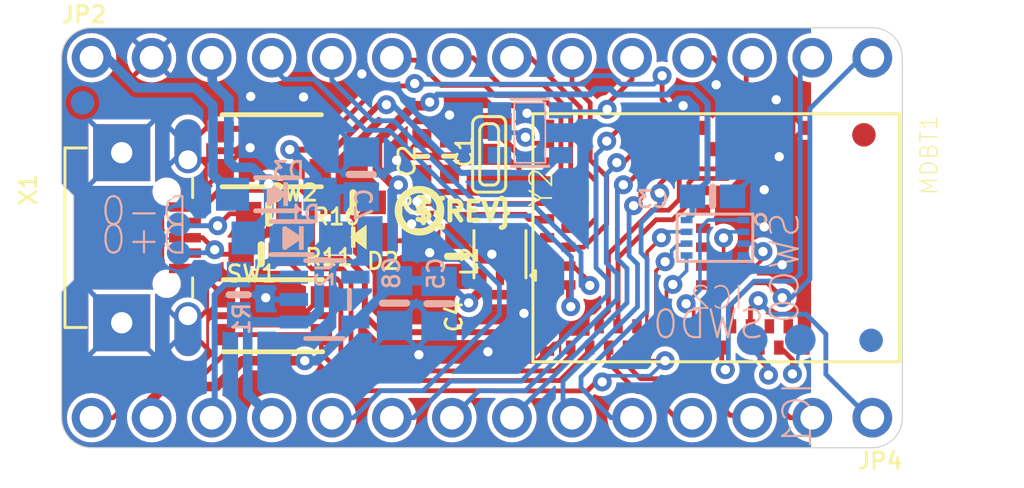
<source format=kicad_pcb>
(kicad_pcb (version 20221018) (generator pcbnew)
  (layers (0 "F.Cu" signal) (31 "B.Cu" signal) (34 "B.Paste" user) (35 "F.Paste" user) (36 "B.SilkS" user "B.Silkscreen") (37 "F.SilkS" user "F.Silkscreen") (38 "B.Mask" user) (39 "F.Mask" user) (44 "Edge.Cuts" user))
  (net 0 "")
  (net 1 "GND")
  (net 2 "VBUS")
  (net 3 "SWDIO")
  (net 4 "SWCLK")
  (net 5 "3.3V")
  (net 6 "VBAT")
  (net 7 "EN")
  (net 8 "USBD+")
  (net 9 "USBD-")
  (net 10 "VHI")
  (net 11 "SDA")
  (net 12 "SCL")
  (net 13 "A0")
  (net 14 "A1")
  (net 15 "A2")
  (net 16 "A3")
  (net 17 "A4")
  (net 18 "A5")
  (net 19 "QSPI_SCK")
  (net 20 "QSPI_DATA1")
  (net 21 "QSPI_DATA2")
  (net 22 "SCK")
  (net 23 "MOSI")
  (net 24 "MISO")
  (net 25 "QSPI_DATA3")
  (net 26 "QSPI_CS")
  (net 27 "QSPI_DATA0")
  (net 28 "D+")
  (net 29 "D-")
  (net 30 "DCCH")
  (net 31 "LED1")
  (net 32 "D9")
  (net 33 "D10")
  (net 34 "D13")
  (net 35 "D11")
  (net 36 "D12")
  (net 37 "D2")
  (net 38 "D7")
  (net 39 "TX_D1")
  (net 40 "RX_D0")
  (net 41 "~{RESET}")
  (net 42 "D5")
  (net 43 "DOT_DATA")
  (net 44 "DOT_CLK")
  (net 45 "SWITCH")
  (net 46 "N$1")
  (net 47 "N$7")
  (net 48 "N$8")
  (net 49 "D5_5V")
  (footprint "working:0603-NO" (layer "F.Cu") (at 143.0528 103.505)
    (fp_text reference "R2")
    (fp_text value "1K")
  )
  (footprint "working:0603-NO" (layer "F.Cu") (at 139.1666 105.7021)
    (fp_text reference "R11")
    (fp_text value "22")
  )
  (footprint "working:FIDUCIAL_1MM" (layer "F.Cu") (at 164.6555 100.6475)
    (fp_text reference "FID2" hide)
    (fp_text value "FIDUCIAL_1MM" hide)
  )
  (footprint "working:APA102_2020" (layer "F.Cu") (at 149.2631 105.7021 90)
    (fp_text reference "L2")
    (fp_text value "AP102-2020")
  )
  (footprint "working:1X14_ROUND70" (layer "F.Cu") (at 148.5011 112.6236 180)
    (fp_text reference "JP4")
    (fp_text value "")
  )
  (footprint "working:MDBT50" (layer "F.Cu") (at 158.4071 105.0036 -90)
    (fp_text reference "MDBT1")
    (fp_text value "MDBT50")
  )
  (footprint "working:BTN_KMR2_4.6X2.8" (layer "F.Cu") (at 139.6619 108.3056)
    (fp_text reference "SW1")
    (fp_text value "KMR2")
  )
  (footprint "working:PCBFEAT-REV-040" (layer "F.Cu") (at 145.8595 103.8606)
    (fp_text reference "U$15" hide)
    (fp_text value "" hide)
  )
  (footprint "working:BTN_KMR2_4.6X2.8" (layer "F.Cu") (at 139.6111 101.3206 180)
    (fp_text reference "SW2")
    (fp_text value "KMR2")
  )
  (footprint "working:_0603MP" (layer "F.Cu") (at 145.9611 101.5619 90)
    (fp_text reference "C2")
    (fp_text value "22pF")
  )
  (footprint "working:CHIPLED_0805_NOOUTLINE" (layer "F.Cu") (at 143.2941 104.9782 90)
    (fp_text reference "D2")
    (fp_text value "RED")
  )
  (footprint "working:ITSYNRF52840_TOP" (layer "F.Cu") (at 130.7211 113.8936)
    (fp_text reference "U$12" hide)
    (fp_text value "" hide)
  )
  (footprint "working:0603-NO" (layer "F.Cu") (at 139.4841 103.9876)
    (fp_text reference "R10")
    (fp_text value "22")
  )
  (footprint "working:FIDUCIAL_1MM" (layer "F.Cu") (at 133.0325 110.8202)
    (fp_text reference "FID1" hide)
    (fp_text value "FIDUCIAL_1MM" hide)
  )
  (footprint "working:0603-NO" (layer "F.Cu") (at 147.447 105.791 -90)
    (fp_text reference "C4")
    (fp_text value "0.1uF")
  )
  (footprint "working:_0603MP" (layer "F.Cu") (at 147.1295 101.5492 -90)
    (fp_text reference "C1")
    (fp_text value "22pF")
  )
  (footprint "working:XTAL3215" (layer "F.Cu") (at 148.8059 101.473 90)
    (fp_text reference "Y2")
    (fp_text value "32.768")
  )
  (footprint "working:4UCONN_20329_V2" (layer "F.Cu") (at 135.1661 105.0036 -90)
    (fp_text reference "X1")
    (fp_text value "4u20329")
  )
  (footprint "working:1X14_ROUND70" (layer "F.Cu") (at 148.5011 97.3836)
    (fp_text reference "JP2")
    (fp_text value "")
  )
  (footprint "working:TP13R" (layer "B.Cu") (at 161.9631 109.3216 -90)
    (fp_text reference "SWC0")
    (fp_text value "TPTP13R")
  )
  (footprint "working:TP10R" (layer "B.Cu") (at 135.6741 105.6386 180)
    (fp_text reference "D+0")
    (fp_text value "TPTP10R")
  )
  (footprint "working:TP10R" (layer "B.Cu") (at 135.6741 104.4321 180)
    (fp_text reference "D-0")
    (fp_text value "TPTP10R")
  )
  (footprint "working:SOD-123" (layer "B.Cu") (at 140.462 105.0163 180)
    (fp_text reference "D1")
    (fp_text value "MBR120")
  )
  (footprint "working:0603-NO" (layer "B.Cu") (at 158.2547 103.251 180)
    (fp_text reference "C3")
    (fp_text value "0.1uF")
  )
  (footprint "working:FIDUCIAL_1MM" (layer "B.Cu") (at 131.6101 99.2886 180)
    (fp_text reference "FID3" hide)
    (fp_text value "FIDUCIAL_1MM" hide)
  )
  (footprint "working:ITSYNRF52840_BOT" (layer "B.Cu") (at 166.2811 113.8936 180)
    (fp_text reference "U$14" hide)
    (fp_text value "" hide)
  )
  (footprint "working:0805-NO" (layer "B.Cu") (at 146.685 107.7976 90)
    (fp_text reference "C5")
    (fp_text value "10uF")
  )
  (footprint "working:0805-NO" (layer "B.Cu") (at 144.8054 107.7722 90)
    (fp_text reference "C8")
    (fp_text value "10uF")
  )
  (footprint "working:FIDUCIAL_1MM" (layer "B.Cu") (at 164.9603 109.347 180)
    (fp_text reference "FID4" hide)
    (fp_text value "FIDUCIAL_1MM" hide)
  )
  (footprint "working:SOT23-5" (layer "B.Cu") (at 141.8463 107.6198 90)
    (fp_text reference "U2")
    (fp_text value "AP2112(3.3V)")
  )
  (footprint "working:USON8" (layer "B.Cu") (at 158.3563 105.0036 180)
    (fp_text reference "IC2")
    (fp_text value "GD25Q16")
  )
  (footprint "working:SOT23-5" (layer "B.Cu") (at 150.5331 100.5586 90)
    (fp_text reference "IC1")
    (fp_text value "74HCT1G125DBV")
  )
  (footprint "working:SOD-123" (layer "B.Cu") (at 139.8016 103.1621 180)
    (fp_text reference "D3")
    (fp_text value "MBR120")
  )
  (footprint "working:0805-NO" (layer "B.Cu") (at 143.3957 102.3239 -90)
    (fp_text reference "C7")
    (fp_text value "10uF")
  )
  (footprint "working:TP13R" (layer "B.Cu") (at 159.9311 109.3216 180)
    (fp_text reference "SWD0")
    (fp_text value "TPTP13R")
  )
  (footprint "working:0603-NO" (layer "B.Cu") (at 138.2141 107.4166 -90)
    (fp_text reference "R1")
    (fp_text value "10K")
  )
  (gr_line (start 131.9911 96.1136) (end 165.0111 96.1136) (stroke (width 0.05)) (layer "Edge.Cuts"))
  (gr_arc (start 131.9911 113.8936) (mid 131.093074 113.521626) (end 130.7211 112.6236) (stroke (width 0.05)) (layer "Edge.Cuts"))
  (gr_line (start 130.7211 102.7176) (end 130.7211 97.3836) (stroke (width 0.05)) (layer "Edge.Cuts"))
  (gr_line (start 166.2811 97.3836) (end 166.2811 112.6236) (stroke (width 0.05)) (layer "Edge.Cuts"))
  (gr_line (start 131.2291 103.2256) (end 130.7211 102.7176) (stroke (width 0.05)) (layer "Edge.Cuts"))
  (gr_line (start 165.0111 113.8936) (end 131.9911 113.8936) (stroke (width 0.05)) (layer "Edge.Cuts"))
  (gr_arc (start 165.0111 96.1136) (mid 165.909126 96.485574) (end 166.2811 97.3836) (stroke (width 0.05)) (layer "Edge.Cuts"))
  (gr_arc (start 130.7211 97.3836) (mid 131.093074 96.485574) (end 131.9911 96.1136) (stroke (width 0.05)) (layer "Edge.Cuts"))
  (gr_line (start 131.2291 106.7816) (end 131.2291 103.2256) (stroke (width 0.05)) (layer "Edge.Cuts"))
  (gr_arc (start 166.2811 112.6236) (mid 165.909126 113.521626) (end 165.0111 113.8936) (stroke (width 0.05)) (layer "Edge.Cuts"))
  (gr_line (start 130.7211 112.6236) (end 130.7211 107.2896) (stroke (width 0.05)) (layer "Edge.Cuts"))
  (gr_line (start 130.7211 107.2896) (end 131.2291 106.7816) (stroke (width 0.05)) (layer "Edge.Cuts"))
  (segment (start 162.1571 109.6536) (end 162.0901 109.5866) (width 0.2032) (layer "F.Cu") (net 1))
  (segment (start 145.9611 100.9777) (end 145.9611 100.7999) (width 0.2032) (layer "F.Cu") (net 1))
  (segment (start 162.0901 109.5866) (end 162.0901 106.9086) (width 0.2032) (layer "F.Cu") (net 1))
  (segment (start 137.1441 101.7036) (end 136.0661 101.7036) (width 0.254) (layer "F.Cu") (net 1))
  (segment (start 147.1295 102.3112) (end 147.1295 102.0953) (width 0.2032) (layer "F.Cu") (net 1))
  (segment (start 137.5611 102.1206) (end 137.1441 101.7036) (width 0.254) (layer "F.Cu") (net 1))
  (segment (start 151.2571 100.2036) (end 150.8766 100.2036) (width 0.2032) (layer "F.Cu") (net 1))
  (segment (start 162.0901 106.9086) (end 161.3281 106.1466) (width 0.2032) (layer "F.Cu") (net 1))
  (segment (start 150.8766 100.2036) (end 150.4061 99.7331) (width 0.2032) (layer "F.Cu") (net 1))
  (segment (start 161.3281 104.737782) (end 161.3281 106.1466) (width 0.2032) (layer "F.Cu") (net 1))
  (via (at 147.1295 99.8093) (size 0.8001) (drill 0.3937) (layers "F.Cu" "B.Cu") (net 1))
  (via (at 140.9573 99.0473) (size 0.8001) (drill 0.3937) (layers "F.Cu" "B.Cu") (net 1))
  (via (at 150.2791 108.204) (size 0.8001) (drill 0.3937) (layers "F.Cu" "B.Cu") (net 1))
  (via (at 150.4061 99.7331) (size 0.8001) (drill 0.3937) (layers "F.Cu" "B.Cu") (net 1))
  (via (at 145.5293 104.4194) (size 0.8001) (drill 0.3937) (layers "F.Cu" "B.Cu") (net 1))
  (via (at 148.9202 105.7021) (size 0.8001) (drill 0.3937) (layers "F.Cu" "B.Cu") (net 1))
  (via (at 138.6967 101.1936) (size 0.8001) (drill 0.3937) (layers "F.Cu" "B.Cu") (net 1))
  (via (at 143.4211 98.0694) (size 0.8001) (drill 0.3937) (layers "F.Cu" "B.Cu") (net 1))
  (via (at 157.0101 99.4156) (size 0.8001) (drill 0.3937) (layers "F.Cu" "B.Cu") (net 1))
  (via (at 145.8341 109.9566) (size 0.8001) (drill 0.3937) (layers "F.Cu" "B.Cu") (net 1))
  (via (at 161.2011 106.1466) (size 0.8001) (drill 0.3937) (layers "F.Cu" "B.Cu") (net 1))
  (via (at 158.4071 98.5266) (size 0.8001) (drill 0.3937) (layers "F.Cu" "B.Cu") (net 1))
  (via (at 160.4391 104.5464) (size 0.8001) (drill 0.3937) (layers "F.Cu" "B.Cu") (net 1))
  (via (at 139.3571 107.5436) (size 0.8001) (drill 0.3937) (layers "F.Cu" "B.Cu") (net 1))
  (via (at 160.9471 99.1616) (size 0.8001) (drill 0.3937) (layers "F.Cu" "B.Cu") (net 1))
  (via (at 146.2913 105.6386) (size 0.8001) (drill 0.3937) (layers "F.Cu" "B.Cu") (net 1))
  (via (at 160.4391 102.9716) (size 0.8001) (drill 0.3937) (layers "F.Cu" "B.Cu") (net 1))
  (via (at 148.7551 109.8296) (size 0.8001) (drill 0.3937) (layers "F.Cu" "B.Cu") (net 1))
  (via (at 161.0741 101.5746) (size 0.8001) (drill 0.3937) (layers "F.Cu" "B.Cu") (net 1))
  (via (at 138.7221 99.0219) (size 0.8001) (drill 0.3937) (layers "F.Cu" "B.Cu") (net 1))
  (via (at 144.8943 101.727) (size 0.8001) (drill 0.3937) (layers "F.Cu" "B.Cu") (net 1))
  (segment (start 139.4333 107.6198) (end 139.3571 107.5436) (width 0.254) (layer "B.Cu") (net 1))
  (segment (start 140.5462 107.6198) (end 139.4333 107.6198) (width 0.254) (layer "B.Cu") (net 1))
  (segment (start 144.2461 109.0036) (end 143.5481 108.3056) (width 0.254) (layer "F.Cu") (net 2))
  (segment (start 139.2301 102.9716) (end 137.4351 102.9716) (width 0.254) (layer "F.Cu") (net 2))
  (segment (start 141.3129 103.4034) (end 140.6271 102.7176) (width 0.254) (layer "F.Cu") (net 2))
  (segment (start 143.5481 106.6292) (end 142.8115 105.8926) (width 0.254) (layer "F.Cu") (net 2))
  (segment (start 151.2571 109.0036) (end 144.2461 109.0036) (width 0.254) (layer "F.Cu") (net 2))
  (segment (start 141.5161 105.8926) (end 141.3129 105.6894) (width 0.254) (layer "F.Cu") (net 2))
  (segment (start 143.5481 106.6292) (end 143.5481 108.3056) (width 0.254) (layer "F.Cu") (net 2))
  (segment (start 141.3129 103.4034) (end 141.3129 105.6894) (width 0.254) (layer "F.Cu") (net 2))
  (segment (start 135.9411 103.7036) (end 136.7031 103.7036) (width 0.254) (layer "F.Cu") (net 2))
  (segment (start 142.8115 105.8926) (end 141.5161 105.8926) (width 0.254) (layer "F.Cu") (net 2))
  (segment (start 140.6271 102.7176) (end 139.4841 102.7176) (width 0.254) (layer "F.Cu") (net 2))
  (segment (start 136.7031 103.7036) (end 137.4351 102.9716) (width 0.254) (layer "F.Cu") (net 2))
  (segment (start 139.4841 102.7176) (end 139.2301 102.9716) (width 0.254) (layer "F.Cu") (net 2))
  (via (at 139.4841 102.7176) (size 0.8001) (drill 0.3937) (layers "F.Cu" "B.Cu") (net 2))
  (segment (start 137.0711 97.3836) (end 137.0965 97.409) (width 0.254) (layer "B.Cu") (net 2))
  (segment (start 139.4841 102.7176) (end 139.4841 104.0511) (width 0.4064) (layer "B.Cu") (net 2))
  (segment (start 138.0744 102.0318) (end 137.795 101.7524) (width 0.4064) (layer "B.Cu") (net 2))
  (segment (start 137.795 99.1362) (end 137.0965 98.4377) (width 0.4064) (layer "B.Cu") (net 2))
  (segment (start 137.795 99.1362) (end 137.795 101.7524) (width 0.4064) (layer "B.Cu") (net 2))
  (segment (start 139.4841 104.0511) (end 138.612 104.9232) (width 0.4064) (layer "B.Cu") (net 2))
  (segment (start 138.612 105.0163) (end 138.612 104.9232) (width 0.254) (layer "B.Cu") (net 2))
  (segment (start 139.4841 102.7176) (end 138.7983 102.0318) (width 0.4064) (layer "B.Cu") (net 2))
  (segment (start 137.0965 97.409) (end 137.0965 98.4377) (width 0.4064) (layer "B.Cu") (net 2))
  (segment (start 138.7983 102.0318) (end 138.0744 102.0318) (width 0.4064) (layer "B.Cu") (net 2))
  (segment (start 160.62025 110.8202) (end 160.726303 110.630804) (width 0.2032) (layer "F.Cu") (net 3))
  (segment (start 160.726303 110.630804) (end 160.2571 110.1616) (width 0.2032) (layer "F.Cu") (net 3))
  (segment (start 160.2571 109.6536) (end 160.2571 110.1616) (width 0.2032) (layer "F.Cu") (net 3))
  (via (at 160.62025 110.8202) (size 0.8001) (drill 0.3937) (layers "F.Cu" "B.Cu") (net 3))
  (segment (start 159.893 109.68655) (end 159.9311 109.3216) (width 0.2032) (layer "B.Cu") (net 3))
  (segment (start 160.62025 110.8202) (end 160.62025 110.4138) (width 0.2032) (layer "B.Cu") (net 3))
  (segment (start 160.62025 110.4138) (end 159.893 109.68655) (width 0.2032) (layer "B.Cu") (net 3))
  (segment (start 161.6329 110.7694) (end 161.6329 110.1598) (width 0.2032) (layer "F.Cu") (net 4))
  (segment (start 161.6329 110.1598) (end 161.1267 109.6536) (width 0.2032) (layer "F.Cu") (net 4))
  (segment (start 161.0571 109.6536) (end 161.1267 109.6536) (width 0.2032) (layer "F.Cu") (net 4))
  (via (at 161.6329 110.7694) (size 0.8001) (drill 0.3937) (layers "F.Cu" "B.Cu") (net 4))
  (segment (start 161.9631 109.3216) (end 161.7853 110.617) (width 0.1524) (layer "B.Cu") (net 4))
  (segment (start 161.7853 110.617) (end 161.6329 110.7694) (width 0.1524) (layer "B.Cu") (net 4))
  (segment (start 146.2913 99.2886) (end 146.1643 99.4156) (width 0.4064) (layer "F.Cu") (net 5))
  (segment (start 146.1643 99.4156) (end 145.6055 99.4156) (width 0.4064) (layer "F.Cu") (net 5))
  (segment (start 151.2571 106.6036) (end 151.2571 107.4036) (width 0.254) (layer "F.Cu") (net 5))
  (segment (start 144.7546 102.7684) (end 144.0815 102.0953) (width 0.4064) (layer "F.Cu") (net 5))
  (segment (start 146.2913 99.2632) (end 146.2913 99.2886) (width 0.254) (layer "F.Cu") (net 5))
  (segment (start 144.9705 102.7684) (end 144.7546 102.7684) (width 0.4064) (layer "F.Cu") (net 5))
  (segment (start 144.0815 100.9396) (end 144.0815 102.0953) (width 0.4064) (layer "F.Cu") (net 5))
  (segment (start 134.5311 112.6236) (end 134.5311 111.8616) (width 0.4064) (layer "F.Cu") (net 5))
  (segment (start 135.0899 111.3028) (end 134.5311 111.8616) (width 0.4064) (layer "F.Cu") (net 5))
  (segment (start 148.4877 107.2515) (end 148.4503 107.2515) (width 0.254) (layer "F.Cu") (net 5))
  (segment (start 147.447 106.641) (end 148.502 106.641) (width 0.4064) (layer "F.Cu") (net 5))
  (segment (start 151.2441 107.4166) (end 151.2571 107.4036) (width 0.254) (layer "F.Cu") (net 5))
  (segment (start 147.9423 107.7595) (end 148.4503 107.2515) (width 0.4064) (layer "F.Cu") (net 5))
  (segment (start 148.5131 106.6521) (end 148.5131 107.1746) (width 0.254) (layer "F.Cu") (net 5))
  (segment (start 137.2743 111.3028) (end 138.3665 110.2106) (width 0.4064) (layer "F.Cu") (net 5))
  (segment (start 148.7551 107.4166) (end 151.2441 107.4166) (width 0.4064) (layer "F.Cu") (net 5))
  (segment (start 148.4877 106.6775) (end 148.4877 107.2515) (width 0.4064) (layer "F.Cu") (net 5))
  (segment (start 148.5131 106.6521) (end 148.4877 106.6775) (width 0.254) (layer "F.Cu") (net 5))
  (segment (start 145.6055 99.4156) (end 144.0815 100.9396) (width 0.4064) (layer "F.Cu") (net 5))
  (segment (start 141.0081 110.2106) (end 138.3665 110.2106) (width 0.4064) (layer "F.Cu") (net 5))
  (segment (start 135.0899 111.3028) (end 137.2743 111.3028) (width 0.4064) (layer "F.Cu") (net 5))
  (segment (start 148.502 106.641) (end 148.5131 106.6521) (width 0.254) (layer "F.Cu") (net 5))
  (segment (start 148.7551 107.4166) (end 148.5131 107.1746) (width 0.4064) (layer "F.Cu") (net 5))
  (via (at 141.0081 110.2106) (size 0.8001) (drill 0.3937) (layers "F.Cu" "B.Cu") (net 5))
  (via (at 144.9705 102.7684) (size 0.8001) (drill 0.3937) (layers "F.Cu" "B.Cu") (net 5))
  (via (at 147.9423 107.7595) (size 0.8001) (drill 0.3937) (layers "F.Cu" "B.Cu") (net 5))
  (via (at 146.2913 99.2632) (size 0.8001) (drill 0.3937) (layers "F.Cu" "B.Cu") (net 5))
  (segment (start 157.4047 104.0052) (end 157.4047 103.251) (width 0.254) (layer "B.Cu") (net 5))
  (segment (start 144.9705 102.7684) (end 144.7038 103.0351) (width 0.4064) (layer "B.Cu") (net 5))
  (segment (start 153.9367 98.7044) (end 153.3017 98.7044) (width 0.254) (layer "B.Cu") (net 5))
  (segment (start 156.337 98.9457) (end 154.178 98.9457) (width 0.254) (layer "B.Cu") (net 5))
  (segment (start 147.9423 107.7595) (end 147.0304 106.8476) (width 0.254) (layer "B.Cu") (net 5))
  (segment (start 144.8054 106.9108) (end 143.1464 108.5698) (width 0.4064) (layer "B.Cu") (net 5))
  (segment (start 146.685 106.8476) (end 146.6596 106.8222) (width 0.254) (layer "B.Cu") (net 5))
  (segment (start 157.4047 104.0052) (end 157.1563 104.2536) (width 0.254) (layer "B.Cu") (net 5))
  (segment (start 153.073665 98.932435) (end 146.609003 98.945497) (width 0.254) (layer "B.Cu") (net 5))
  (segment (start 143.1464 108.5698) (end 143.142946 108.583754) (width 0.254) (layer "B.Cu") (net 5))
  (segment (start 158.0397 99.3022) (end 157.3911 98.6536) (width 0.254) (layer "B.Cu") (net 5))
  (segment (start 158.0397 99.3022) (end 158.0397 102.616) (width 0.254) (layer "B.Cu") (net 5))
  (segment (start 147.0304 106.8476) (end 146.685 106.8476) (width 0.254) (layer "B.Cu") (net 5))
  (segment (start 144.8054 106.8222) (end 144.7038 106.7206) (width 0.254) (layer "B.Cu") (net 5))
  (segment (start 146.609003 98.945497) (end 146.2913 99.2632) (width 0.254) (layer "B.Cu") (net 5))
  (segment (start 141.5161 110.2106) (end 141.0081 110.2106) (width 0.4064) (layer "B.Cu") (net 5))
  (segment (start 157.3911 98.6536) (end 156.6291 98.6536) (width 0.254) (layer "B.Cu") (net 5))
  (segment (start 144.8054 106.8222) (end 144.8054 106.9108) (width 0.254) (layer "B.Cu") (net 5))
  (segment (start 153.3017 98.7044) (end 153.073665 98.932435) (width 0.254) (layer "B.Cu") (net 5))
  (segment (start 143.142946 108.583754) (end 141.5161 110.2106) (width 0.4064) (layer "B.Cu") (net 5))
  (segment (start 154.178 98.9457) (end 153.9367 98.7044) (width 0.254) (layer "B.Cu") (net 5))
  (segment (start 144.7038 103.0351) (end 144.7038 106.7206) (width 0.4064) (layer "B.Cu") (net 5))
  (segment (start 157.4047 103.251) (end 158.0397 102.616) (width 0.254) (layer "B.Cu") (net 5))
  (segment (start 156.337 98.9457) (end 156.6291 98.6536) (width 0.254) (layer "B.Cu") (net 5))
  (segment (start 146.6596 106.8222) (end 144.8054 106.8222) (width 0.4064) (layer "B.Cu") (net 5))
  (segment (start 133.8961 98.6536) (end 132.6261 97.3836) (width 0.4064) (layer "B.Cu") (net 6))
  (segment (start 131.9911 97.3836) (end 132.6261 97.3836) (width 0.4064) (layer "B.Cu") (net 6))
  (segment (start 137.1261 99.4071) (end 137.1261 102.3366) (width 0.4064) (layer "B.Cu") (net 6))
  (segment (start 136.3726 98.6536) (end 133.8961 98.6536) (width 0.4064) (layer "B.Cu") (net 6))
  (segment (start 137.1261 99.4071) (end 136.3726 98.6536) (width 0.4064) (layer "B.Cu") (net 6))
  (segment (start 137.1261 102.3366) (end 137.9516 103.1621) (width 0.4064) (layer "B.Cu") (net 6))
  (segment (start 140.5462 106.6698) (end 138.3173 106.6698) (width 0.254) (layer "B.Cu") (net 7))
  (segment (start 137.1981 112.4966) (end 137.0711 112.6236) (width 0.254) (layer "B.Cu") (net 7))
  (segment (start 138.2141 106.5666) (end 138.0481 106.5666) (width 0.254) (layer "B.Cu") (net 7))
  (segment (start 137.1981 107.4166) (end 137.1981 112.4966) (width 0.254) (layer "B.Cu") (net 7))
  (segment (start 138.0481 106.5666) (end 137.1981 107.4166) (width 0.254) (layer "B.Cu") (net 7))
  (segment (start 138.3173 106.6698) (end 138.2141 106.5666) (width 0.254) (layer "B.Cu") (net 7))
  (segment (start 142.5321 106.9086) (end 142.5321 109.9566) (width 0.2032) (layer "F.Cu") (net 8))
  (segment (start 142.3543 106.7308) (end 141.0453 106.7308) (width 0.2032) (layer "F.Cu") (net 8))
  (segment (start 151.79295 111.0488) (end 143.6243 111.0488) (width 0.2032) (layer "F.Cu") (net 8))
  (segment (start 141.0453 106.7308) (end 140.0166 105.7021) (width 0.2032) (layer "F.Cu") (net 8))
  (segment (start 142.5321 109.9566) (end 143.6243 111.0488) (width 0.2032) (layer "F.Cu") (net 8))
  (segment (start 153.0571 109.78465) (end 153.0571 109.6536) (width 0.2032) (layer "F.Cu") (net 8))
  (segment (start 151.79295 111.0488) (end 153.0571 109.78465) (width 0.2032) (layer "F.Cu") (net 8))
  (segment (start 142.5321 106.9086) (end 142.3543 106.7308) (width 0.2032) (layer "F.Cu") (net 8))
  (segment (start 143.8529 110.6424) (end 142.9639 109.7534) (width 0.2032) (layer "F.Cu") (net 9))
  (segment (start 142.607556 106.3244) (end 142.9639 106.680744) (width 0.2032) (layer "F.Cu") (net 9))
  (segment (start 142.9639 106.680744) (end 142.9639 109.7534) (width 0.2032) (layer "F.Cu") (net 9))
  (segment (start 142.607556 106.3244) (end 141.3129 106.3244) (width 0.2032) (layer "F.Cu") (net 9))
  (segment (start 140.3341 103.9876) (end 140.3341 104.2026) (width 0.2032) (layer "F.Cu") (net 9))
  (segment (start 141.3129 106.3244) (end 140.8811 105.8926) (width 0.2032) (layer "F.Cu") (net 9))
  (segment (start 140.8811 104.7496) (end 140.8811 105.8926) (width 0.2032) (layer "F.Cu") (net 9))
  (segment (start 152.2571 109.6536) (end 152.2571 109.98865) (width 0.2032) (layer "F.Cu") (net 9))
  (segment (start 140.8811 104.7496) (end 140.3341 104.2026) (width 0.2032) (layer "F.Cu") (net 9))
  (segment (start 151.60335 110.6424) (end 152.2571 109.98865) (width 0.2032) (layer "F.Cu") (net 9))
  (segment (start 151.60335 110.6424) (end 143.8529 110.6424) (width 0.2032) (layer "F.Cu") (net 9))
  (segment (start 144.1416 99.37115) (end 142.23735 101.2754) (width 0.254) (layer "F.Cu") (net 10))
  (segment (start 144.4625 99.37115) (end 144.1416 99.37115) (width 0.254) (layer "F.Cu") (net 10))
  (segment (start 140.3787 101.2754) (end 140.3731 101.2698) (width 0.254) (layer "F.Cu") (net 10))
  (segment (start 142.23735 101.2754) (end 140.3787 101.2754) (width 0.254) (layer "F.Cu") (net 10))
  (via (at 144.4625 99.37115) (size 0.8001) (drill 0.3937) (layers "F.Cu" "B.Cu") (net 10))
  (via (at 140.3731 101.2698) (size 0.8001) (drill 0.3937) (layers "F.Cu" "B.Cu") (net 10))
  (segment (start 144.723912 99.37115) (end 144.4625 99.37115) (width 0.254) (layer "B.Cu") (net 10))
  (segment (start 138.2141 108.2666) (end 138.214093 107.910885) (width 0.254) (layer "B.Cu") (net 10))
  (segment (start 142.312 102.9462) (end 143.068 102.9462) (width 0.4064) (layer "B.Cu") (net 10))
  (segment (start 141.5161 102.4128) (end 141.5161 102.9462) (width 0.4064) (layer "B.Cu") (net 10))
  (segment (start 142.312 102.9462) (end 142.312 104.7496) (width 0.4064) (layer "B.Cu") (net 10))
  (segment (start 140.5462 108.5698) (end 138.018409 108.5698) (width 0.4064) (layer "B.Cu") (net 10))
  (segment (start 141.5161 102.9462) (end 142.312 102.9462) (width 0.4064) (layer "B.Cu") (net 10))
  (segment (start 141.1055 102.8192) (end 141.1055 102.9462) (width 0.254) (layer "B.Cu") (net 10))
  (segment (start 151.8331 101.5086) (end 151.0813 102.2604) (width 0.254) (layer "B.Cu") (net 10))
  (segment (start 141.4865 102.8192) (end 141.1055 102.8192) (width 0.254) (layer "B.Cu") (net 10))
  (segment (start 141.6177 105.4439) (end 142.312 104.7496) (width 0.4064) (layer "B.Cu") (net 10))
  (segment (start 138.018409 108.5698) (end 137.863793 108.261185) (width 0.254) (layer "B.Cu") (net 10))
  (segment (start 147.613162 102.2604) (end 144.723912 99.37115) (width 0.254) (layer "B.Cu") (net 10))
  (segment (start 138.5951 108.291891) (end 138.5951 111.6076) (width 0.4064) (layer "B.Cu") (net 10))
  (segment (start 140.3731 101.2698) (end 141.5161 102.4128) (width 0.4064) (layer "B.Cu") (net 10))
  (segment (start 151.0813 102.2604) (end 147.613162 102.2604) (width 0.254) (layer "B.Cu") (net 10))
  (segment (start 141.6177 108.1024) (end 141.6177 105.4439) (width 0.4064) (layer "B.Cu") (net 10))
  (segment (start 142.312 104.7496) (end 142.312 105.0163) (width 0.254) (layer "B.Cu") (net 10))
  (segment (start 138.5951 111.6076) (end 139.6111 112.6236) (width 0.4064) (layer "B.Cu") (net 10))
  (segment (start 143.3957 103.2739) (end 143.068 102.9462) (width 0.254) (layer "B.Cu") (net 10))
  (segment (start 141.1503 108.5698) (end 141.6177 108.1024) (width 0.4064) (layer "B.Cu") (net 10))
  (segment (start 138.214093 107.910885) (end 138.5951 108.291891) (width 0.254) (layer "B.Cu") (net 10))
  (segment (start 141.6516 102.9843) (end 141.4865 102.8192) (width 0.254) (layer "B.Cu") (net 10))
  (segment (start 140.5462 108.5698) (end 141.1503 108.5698) (width 0.4064) (layer "B.Cu") (net 10))
  (segment (start 141.1055 102.9462) (end 141.5161 102.9462) (width 0.254) (layer "B.Cu") (net 10))
  (segment (start 138.214093 107.910885) (end 137.863793 108.261185) (width 0.254) (layer "B.Cu") (net 10))
  (segment (start 141.6516 102.9843) (end 141.6516 103.1621) (width 0.254) (layer "B.Cu") (net 10))
  (segment (start 156.5656 104.2416) (end 155.8671 104.2416) (width 0.2032) (layer "F.Cu") (net 11))
  (segment (start 157.2523 102.67735) (end 157.2523 103.5549) (width 0.2032) (layer "F.Cu") (net 11))
  (segment (start 158.8853 102.4934) (end 159.6771 101.7016) (width 0.2032) (layer "F.Cu") (net 11))
  (segment (start 157.43625 102.4934) (end 157.2523 102.67735) (width 0.2032) (layer "F.Cu") (net 11))
  (segment (start 157.43625 102.4934) (end 158.8853 102.4934) (width 0.2032) (layer "F.Cu") (net 11))
  (segment (start 159.9311 97.7646) (end 159.9311 97.3836) (width 0.2032) (layer "F.Cu") (net 11))
  (segment (start 155.8671 104.2416) (end 154.2571 105.8516) (width 0.2032) (layer "F.Cu") (net 11))
  (segment (start 154.2571 105.8516) (end 154.2571 108.7536) (width 0.2032) (layer "F.Cu") (net 11))
  (segment (start 157.2523 103.5549) (end 156.5656 104.2416) (width 0.2032) (layer "F.Cu") (net 11))
  (segment (start 159.6771 101.7016) (end 159.6771 98.0186) (width 0.2032) (layer "F.Cu") (net 11))
  (segment (start 159.9311 97.7646) (end 159.6771 98.0186) (width 0.2032) (layer "F.Cu") (net 11))
  (segment (start 159.1691 101.5746) (end 158.7881 101.9556) (width 0.2032) (layer "F.Cu") (net 12))
  (segment (start 158.7881 101.9556) (end 158.5976 101.9556) (width 0.2032) (layer "F.Cu") (net 12))
  (segment (start 153.8507 108.10195) (end 153.8507 105.683263) (width 0.2032) (layer "F.Cu") (net 12))
  (segment (start 158.4662 102.087) (end 157.267912 102.087) (width 0.2032) (layer "F.Cu") (net 12))
  (segment (start 156.8459 103.386563) (end 156.397262 103.8352) (width 0.2032) (layer "F.Cu") (net 12))
  (segment (start 159.1691 101.5746) (end 159.1691 98.2726) (width 0.2032) (layer "F.Cu") (net 12))
  (segment (start 158.5976 101.9556) (end 158.4662 102.087) (width 0.2032) (layer "F.Cu") (net 12))
  (segment (start 156.8459 102.509013) (end 156.8459 103.386563) (width 0.2032) (layer "F.Cu") (net 12))
  (segment (start 153.8507 108.10195) (end 153.4571 108.49555) (width 0.2032) (layer "F.Cu") (net 12))
  (segment (start 156.397262 103.8352) (end 155.698762 103.8352) (width 0.2032) (layer "F.Cu") (net 12))
  (segment (start 158.2801 97.3836) (end 157.3911 97.3836) (width 0.2032) (layer "F.Cu") (net 12))
  (segment (start 159.1691 98.2726) (end 158.2801 97.3836) (width 0.2032) (layer "F.Cu") (net 12))
  (segment (start 153.4571 108.7536) (end 153.4571 108.49555) (width 0.2032) (layer "F.Cu") (net 12))
  (segment (start 157.267912 102.087) (end 156.8459 102.509013) (width 0.2032) (layer "F.Cu") (net 12))
  (segment (start 155.698762 103.8352) (end 153.8507 105.683263) (width 0.2032) (layer "F.Cu") (net 12))
  (segment (start 151.1047 103.556) (end 145.847 103.556) (width 0.2032) (layer "F.Cu") (net 13))
  (segment (start 145.7579 103.4669) (end 145.847 103.556) (width 0.2032) (layer "F.Cu") (net 13))
  (segment (start 151.2571 103.4036) (end 151.1047 103.556) (width 0.2032) (layer "F.Cu") (net 13))
  (via (at 145.7579 103.4669) (size 0.8001) (drill 0.3937) (layers "F.Cu" "B.Cu") (net 13))
  (segment (start 149.2377 106.9975) (end 145.7579 103.5177) (width 0.2032) (layer "B.Cu") (net 13))
  (segment (start 149.2377 108.264263) (end 146.021362 111.4806) (width 0.2032) (layer "B.Cu") (net 13))
  (segment (start 145.7579 103.4669) (end 145.7579 103.5177) (width 0.2032) (layer "B.Cu") (net 13))
  (segment (start 146.021362 111.4806) (end 144.21765 111.4806) (width 0.2032) (layer "B.Cu") (net 13))
  (segment (start 149.2377 106.9975) (end 149.2377 108.264263) (width 0.2032) (layer "B.Cu") (net 13))
  (segment (start 143.07465 112.6236) (end 142.1511 112.6236) (width 0.2032) (layer "B.Cu") (net 13))
  (segment (start 144.21765 111.4806) (end 143.07465 112.6236) (width 0.2032) (layer "B.Cu") (net 13))
  (segment (start 154.33855 100.3536) (end 153.77795 100.9142) (width 0.2032) (layer "F.Cu") (net 14))
  (segment (start 154.33855 100.3536) (end 154.6571 100.3536) (width 0.2032) (layer "F.Cu") (net 14))
  (via (at 153.77795 100.9142) (size 0.8001) (drill 0.3937) (layers "F.Cu" "B.Cu") (net 14))
  (segment (start 153.8097 106.7562) (end 153.8097 107.435525) (width 0.2032) (layer "B.Cu") (net 14))
  (segment (start 153.8097 106.7562) (end 153.3271 106.2736) (width 0.2032) (layer "B.Cu") (net 14))
  (segment (start 153.3271 101.497975) (end 153.3271 106.2736) (width 0.2032) (layer "B.Cu") (net 14))
  (segment (start 153.8097 107.435525) (end 150.171025 111.0742) (width 0.2032) (layer "B.Cu") (net 14))
  (segment (start 153.777993 101.047082) (end 153.3271 101.497975) (width 0.2032) (layer "B.Cu") (net 14))
  (segment (start 145.61465 112.6236) (end 144.6911 112.6236) (width 0.2032) (layer "B.Cu") (net 14))
  (segment (start 153.77795 100.9142) (end 153.777993 101.047082) (width 0.2032) (layer "B.Cu") (net 14))
  (segment (start 150.171025 111.0742) (end 147.16405 111.0742) (width 0.2032) (layer "B.Cu") (net 14))
  (segment (start 147.16405 111.0742) (end 145.61465 112.6236) (width 0.2032) (layer "B.Cu") (net 14))
  (segment (start 154.20305 101.822038) (end 154.488662 101.822038) (width 0.2032) (layer "F.Cu") (net 15))
  (segment (start 154.488662 101.822038) (end 155.0571 101.2536) (width 0.2032) (layer "F.Cu") (net 15))
  (via (at 154.20305 101.822038) (size 0.8001) (drill 0.3937) (layers "F.Cu" "B.Cu") (net 15))
  (segment (start 154.20305 101.822038) (end 154.20305 101.880025) (width 0.2032) (layer "B.Cu") (net 15))
  (segment (start 150.339362 111.4806) (end 148.3741 111.4806) (width 0.2032) (layer "B.Cu") (net 15))
  (segment (start 154.2161 106.5276) (end 154.2161 107.603863) (width 0.2032) (layer "B.Cu") (net 15))
  (segment (start 154.2161 106.5276) (end 153.7589 106.0704) (width 0.2032) (layer "B.Cu") (net 15))
  (segment (start 154.20305 101.880025) (end 153.7589 102.324175) (width 0.2032) (layer "B.Cu") (net 15))
  (segment (start 148.3741 111.4806) (end 147.2311 112.6236) (width 0.2032) (layer "B.Cu") (net 15))
  (segment (start 154.2161 107.603863) (end 150.339362 111.4806) (width 0.2032) (layer "B.Cu") (net 15))
  (segment (start 153.7589 102.324175) (end 153.7589 106.0704) (width 0.2032) (layer "B.Cu") (net 15))
  (segment (start 155.4607 101.911288) (end 155.4607 100.3572) (width 0.127) (layer "F.Cu") (net 16))
  (segment (start 155.4607 101.911288) (end 154.6098 102.762188) (width 0.2032) (layer "F.Cu") (net 16))
  (segment (start 155.4607 100.3572) (end 155.4571 100.3536) (width 0.127) (layer "F.Cu") (net 16))
  (segment (start 154.4828 102.762188) (end 154.6098 102.762188) (width 0.2032) (layer "F.Cu") (net 16))
  (via (at 154.4828 102.762188) (size 0.8001) (drill 0.3937) (layers "F.Cu" "B.Cu") (net 16))
  (segment (start 154.6352 107.7595) (end 149.7711 112.6236) (width 0.2032) (layer "B.Cu") (net 16))
  (segment (start 154.4828 102.762188) (end 154.2288 103.016188) (width 0.2032) (layer "B.Cu") (net 16))
  (segment (start 154.6352 106.305488) (end 154.6352 107.7595) (width 0.2032) (layer "B.Cu") (net 16))
  (segment (start 154.2288 103.016188) (end 154.2288 105.899088) (width 0.2032) (layer "B.Cu") (net 16))
  (segment (start 154.6352 106.305488) (end 154.2288 105.899088) (width 0.2032) (layer "B.Cu") (net 16))
  (segment (start 155.9206 102.0418) (end 155.2194 102.743) (width 0.2032) (layer "F.Cu") (net 17))
  (segment (start 155.2194 102.743) (end 155.2194 103.3399) (width 0.2032) (layer "F.Cu") (net 17))
  (segment (start 155.9206 101.3171) (end 155.9206 102.0418) (width 0.2032) (layer "F.Cu") (net 17))
  (segment (start 155.8571 101.2536) (end 155.9206 101.3171) (width 0.2032) (layer "F.Cu") (net 17))
  (segment (start 155.2194 103.3399) (end 154.9146 103.6447) (width 0.2032) (layer "F.Cu") (net 17))
  (via (at 154.9146 103.6447) (size 0.8001) (drill 0.3937) (layers "F.Cu" "B.Cu") (net 17))
  (segment (start 152.3111 112.6236) (end 151.9301 112.2426) (width 0.2032) (layer "B.Cu") (net 17))
  (segment (start 155.0797 106.1212) (end 154.7241 105.7656) (width 0.2032) (layer "B.Cu") (net 17))
  (segment (start 154.9146 103.6447) (end 154.7241 103.8352) (width 0.2032) (layer "B.Cu") (net 17))
  (segment (start 154.7241 103.8352) (end 154.7241 105.7656) (width 0.2032) (layer "B.Cu") (net 17))
  (segment (start 151.9301 111.0742) (end 151.9301 112.2426) (width 0.2032) (layer "B.Cu") (net 17))
  (segment (start 155.0797 107.9246) (end 151.9301 111.0742) (width 0.2032) (layer "B.Cu") (net 17))
  (segment (start 155.0797 106.1212) (end 155.0797 107.9246) (width 0.2032) (layer "B.Cu") (net 17))
  (segment (start 156.6571 102.0927) (end 156.6571 101.2536) (width 0.2032) (layer "F.Cu") (net 18))
  (segment (start 156.0195 102.7303) (end 156.0195 103.1113) (width 0.2032) (layer "F.Cu") (net 18))
  (segment (start 156.6571 102.0927) (end 156.0195 102.7303) (width 0.2032) (layer "F.Cu") (net 18))
  (via (at 156.0195 103.1113) (size 0.8001) (drill 0.3937) (layers "F.Cu" "B.Cu") (net 18))
  (segment (start 155.4861 108.1024) (end 152.6921 110.8964) (width 0.2032) (layer "B.Cu") (net 18))
  (segment (start 153.9621 112.6236) (end 152.6921 111.3536) (width 0.2032) (layer "B.Cu") (net 18))
  (segment (start 152.6921 110.8964) (end 152.6921 111.3536) (width 0.2032) (layer "B.Cu") (net 18))
  (segment (start 154.8511 112.6236) (end 153.9621 112.6236) (width 0.2032) (layer "B.Cu") (net 18))
  (segment (start 155.2321 104.3686) (end 155.2321 105.6386) (width 0.2032) (layer "B.Cu") (net 18))
  (segment (start 155.4861 105.8926) (end 155.2321 105.6386) (width 0.2032) (layer "B.Cu") (net 18))
  (segment (start 156.0195 103.1113) (end 156.0195 103.5812) (width 0.2032) (layer "B.Cu") (net 18))
  (segment (start 156.0195 103.5812) (end 155.2321 104.3686) (width 0.2032) (layer "B.Cu") (net 18))
  (segment (start 155.4861 105.8926) (end 155.4861 108.1024) (width 0.2032) (layer "B.Cu") (net 18))
  (segment (start 156.2481 106.0196) (end 155.8571 106.4106) (width 0.1524) (layer "F.Cu") (net 19))
  (segment (start 155.8571 106.4106) (end 155.8571 108.7536) (width 0.1524) (layer "F.Cu") (net 19))
  (via (at 156.2481 106.0196) (size 0.8001) (drill 0.3937) (layers "F.Cu" "B.Cu") (net 19))
  (segment (start 156.5253 105.54245) (end 156.5253 105.7424) (width 0.1524) (layer "B.Cu") (net 19))
  (segment (start 157.098775 105.311125) (end 156.756625 105.311125) (width 0.1524) (layer "B.Cu") (net 19))
  (segment (start 157.1563 105.2536) (end 157.098775 105.311125) (width 0.1524) (layer "B.Cu") (net 19))
  (segment (start 156.5253 105.7424) (end 156.2481 106.0196) (width 0.1524) (layer "B.Cu") (net 19))
  (segment (start 156.756625 105.311125) (end 156.5253 105.54245) (width 0.1524) (layer "B.Cu") (net 19))
  (segment (start 157.8571 107.9528) (end 157.8349 107.9306) (width 0.127) (layer "F.Cu") (net 20))
  (segment (start 157.8571 109.6536) (end 157.8571 107.9528) (width 0.127) (layer "F.Cu") (net 20))
  (segment (start 158.72065 105.01285) (end 158.72065 107.04485) (width 0.1524) (layer "F.Cu") (net 20))
  (segment (start 157.8349 107.9306) (end 158.72065 107.04485) (width 0.1524) (layer "F.Cu") (net 20))
  (via (at 158.72065 105.01285) (size 0.8001) (drill 0.3937) (layers "F.Cu" "B.Cu") (net 20))
  (segment (start 158.9721 104.7536) (end 158.72065 105.00505) (width 0.1524) (layer "B.Cu") (net 20))
  (segment (start 158.72065 105.00505) (end 158.72065 105.01285) (width 0.1524) (layer "B.Cu") (net 20))
  (segment (start 159.5563 104.7536) (end 158.9721 104.7536) (width 0.1524) (layer "B.Cu") (net 20))
  (segment (start 158.2571 108.7536) (end 158.2571 108.0238) (width 0.1524) (layer "F.Cu") (net 21))
  (segment (start 160.3883 105.5878) (end 160.3883 105.8926) (width 0.1524) (layer "F.Cu") (net 21))
  (segment (start 160.3883 105.8926) (end 158.2571 108.0238) (width 0.1524) (layer "F.Cu") (net 21))
  (via (at 160.3883 105.5878) (size 0.8001) (drill 0.3937) (layers "F.Cu" "B.Cu") (net 21))
  (segment (start 160.3669 105.5878) (end 160.0327 105.2536) (width 0.1524) (layer "B.Cu") (net 21))
  (segment (start 160.3883 105.5878) (end 160.3669 105.5878) (width 0.1524) (layer "B.Cu") (net 21))
  (segment (start 160.0327 105.2536) (end 159.5563 105.2536) (width 0.1524) (layer "B.Cu") (net 21))
  (segment (start 155.589103 111.516654) (end 155.069046 111.516654) (width 0.2032) (layer "F.Cu") (net 22))
  (segment (start 156.69605 112.6236) (end 157.3911 112.6236) (width 0.2032) (layer "F.Cu") (net 22))
  (segment (start 153.8571 109.6536) (end 153.8571 110.304707) (width 0.2032) (layer "F.Cu") (net 22))
  (segment (start 155.589103 111.516654) (end 156.69605 112.6236) (width 0.2032) (layer "F.Cu") (net 22))
  (segment (start 155.069046 111.516654) (end 153.8571 110.304707) (width 0.2032) (layer "F.Cu") (net 22))
  (segment (start 159.8295 112.522) (end 159.000762 112.522) (width 0.2032) (layer "F.Cu") (net 23))
  (segment (start 157.451362 110.9726) (end 155.212793 110.9726) (width 0.2032) (layer "F.Cu") (net 23))
  (segment (start 159.8295 112.522) (end 159.9311 112.6236) (width 0.2032) (layer "F.Cu") (net 23))
  (segment (start 154.6571 110.416907) (end 155.212793 110.9726) (width 0.2032) (layer "F.Cu") (net 23))
  (segment (start 154.6571 109.6536) (end 154.6571 110.416907) (width 0.2032) (layer "F.Cu") (net 23))
  (segment (start 159.000762 112.522) (end 157.451362 110.9726) (width 0.2032) (layer "F.Cu") (net 23))
  (segment (start 161.5313 112.6236) (end 162.4711 112.6236) (width 0.2032) (layer "F.Cu") (net 24))
  (segment (start 157.0571 109.6536) (end 157.0571 109.979063) (width 0.2032) (layer "F.Cu") (net 24))
  (segment (start 161.5313 112.6236) (end 160.3883 111.4806) (width 0.2032) (layer "F.Cu") (net 24))
  (segment (start 158.558637 111.4806) (end 157.0571 109.979063) (width 0.2032) (layer "F.Cu") (net 24))
  (segment (start 160.3883 111.4806) (end 158.558637 111.4806) (width 0.2032) (layer "F.Cu") (net 24))
  (segment (start 155.4861 109.6246) (end 155.4861 109.152007) (width 0.127) (layer "F.Cu") (net 25))
  (segment (start 156.08935 105.0036) (end 155.4861 105.60685) (width 0.1524) (layer "F.Cu") (net 25))
  (segment (start 155.4861 109.152007) (end 155.4666 109.132507) (width 0.127) (layer "F.Cu") (net 25))
  (segment (start 155.4666 108.374694) (end 155.4861 108.355194) (width 0.127) (layer "F.Cu") (net 25))
  (segment (start 155.4861 108.355194) (end 155.4861 108.18265) (width 0.127) (layer "F.Cu") (net 25))
  (segment (start 155.4861 109.6246) (end 155.4571 109.6536) (width 0.1524) (layer "F.Cu") (net 25))
  (segment (start 155.4861 108.18265) (end 155.4861 105.60685) (width 0.1524) (layer "F.Cu") (net 25))
  (segment (start 155.4666 109.132507) (end 155.4666 108.374694) (width 0.127) (layer "F.Cu") (net 25))
  (via (at 156.08935 105.0036) (size 0.8001) (drill 0.3937) (layers "F.Cu" "B.Cu") (net 25))
  (segment (start 156.08935 105.0036) (end 156.33935 104.7536) (width 0.1524) (layer "B.Cu") (net 25))
  (segment (start 157.1563 104.7536) (end 156.33935 104.7536) (width 0.1524) (layer "B.Cu") (net 25))
  (segment (start 157.4571 107.8646) (end 157.3901 107.7976) (width 0.1524) (layer "F.Cu") (net 26))
  (segment (start 157.4571 108.7536) (end 157.4571 107.8646) (width 0.1524) (layer "F.Cu") (net 26))
  (segment (start 157.3901 107.7976) (end 157.1371 107.7976) (width 0.1524) (layer "F.Cu") (net 26))
  (via (at 157.1371 107.7976) (size 0.8001) (drill 0.3937) (layers "F.Cu" "B.Cu") (net 26))
  (segment (start 159.5563 104.2536) (end 158.0649 104.2536) (width 0.1524) (layer "B.Cu") (net 26))
  (segment (start 157.7213 107.2134) (end 157.1371 107.7976) (width 0.1524) (layer "B.Cu") (net 26))
  (segment (start 158.0649 104.2536) (end 157.7213 104.5972) (width 0.1524) (layer "B.Cu") (net 26))
  (segment (start 157.7213 104.5972) (end 157.7213 107.2134) (width 0.1524) (layer "B.Cu") (net 26))
  (segment (start 156.6571 108.388807) (end 156.30525 108.036957) (width 0.1524) (layer "F.Cu") (net 27))
  (segment (start 156.6571 108.7536) (end 156.6571 108.388807) (width 0.1524) (layer "F.Cu") (net 27))
  (segment (start 156.5757 106.9822) (end 156.30525 107.25265) (width 0.1524) (layer "F.Cu") (net 27))
  (segment (start 156.30525 107.25265) (end 156.30525 108.036957) (width 0.1524) (layer "F.Cu") (net 27))
  (via (at 156.5757 106.9822) (size 0.8001) (drill 0.3937) (layers "F.Cu" "B.Cu") (net 27))
  (segment (start 157.1563 105.7536) (end 157.1563 106.4016) (width 0.1524) (layer "B.Cu") (net 27))
  (segment (start 157.1563 106.4016) (end 156.5757 106.9822) (width 0.1524) (layer "B.Cu") (net 27))
  (segment (start 137.1981 105.5116) (end 137.3251 105.5116) (width 0.2032) (layer "F.Cu") (net 28))
  (segment (start 138.3166 105.7021) (end 137.5156 105.7021) (width 0.2032) (layer "F.Cu") (net 28))
  (segment (start 136.6901 105.0036) (end 137.1981 105.5116) (width 0.2032) (layer "F.Cu") (net 28))
  (segment (start 135.9411 105.0036) (end 136.6901 105.0036) (width 0.2032) (layer "F.Cu") (net 28))
  (segment (start 137.5156 105.7021) (end 137.3251 105.5116) (width 0.2032) (layer "F.Cu") (net 28))
  (via (at 137.1981 105.5116) (size 0.8001) (drill 0.3937) (layers "F.Cu" "B.Cu") (net 28))
  (segment (start 137.1981 105.5116) (end 137.0711 105.6386) (width 0.2032) (layer "B.Cu") (net 28))
  (segment (start 137.0711 105.6386) (end 135.6741 105.6386) (width 0.2032) (layer "B.Cu") (net 28))
  (segment (start 137.8331 103.9876) (end 137.3251 104.4956) (width 0.2032) (layer "F.Cu") (net 29))
  (segment (start 135.9411 104.3536) (end 136.0831 104.4956) (width 0.2032) (layer "F.Cu") (net 29))
  (segment (start 138.6341 103.9876) (end 137.8331 103.9876) (width 0.2032) (layer "F.Cu") (net 29))
  (segment (start 137.3251 104.4956) (end 136.0831 104.4956) (width 0.2032) (layer "F.Cu") (net 29))
  (via (at 137.3251 104.4956) (size 0.8001) (drill 0.3937) (layers "F.Cu" "B.Cu") (net 29))
  (segment (start 135.7376 104.4956) (end 135.6741 104.4321) (width 0.2032) (layer "B.Cu") (net 29))
  (segment (start 137.3251 104.4956) (end 135.7376 104.4956) (width 0.2032) (layer "B.Cu") (net 29))
  (segment (start 144.4965 105.1306) (end 144.3441 104.9782) (width 0.2032) (layer "F.Cu") (net 31))
  (segment (start 150.3299 104.0384) (end 146.8746 104.0384) (width 0.254) (layer "F.Cu") (net 31))
  (segment (start 150.4951 104.2036) (end 150.3299 104.0384) (width 0.254) (layer "F.Cu") (net 31))
  (segment (start 146.8746 104.0384) (end 145.7824 105.1306) (width 0.2032) (layer "F.Cu") (net 31))
  (segment (start 145.7824 105.1306) (end 144.4965 105.1306) (width 0.2032) (layer "F.Cu") (net 31))
  (segment (start 151.2571 104.2036) (end 150.4951 104.2036) (width 0.254) (layer "F.Cu") (net 31))
  (segment (start 152.66 101.945975) (end 153.32075 102.606725) (width 0.2032) (layer "F.Cu") (net 32))
  (segment (start 152.66 99.4851) (end 152.66 101.945975) (width 0.2032) (layer "F.Cu") (net 32))
  (segment (start 153.32075 104.18445) (end 152.9016 104.6036) (width 0.2032) (layer "F.Cu") (net 32))
  (segment (start 150.5585 97.3836) (end 152.66 99.4851) (width 0.2032) (layer "F.Cu") (net 32))
  (segment (start 152.9016 104.6036) (end 152.1571 104.6036) (width 0.2032) (layer "F.Cu") (net 32))
  (segment (start 153.32075 102.606725) (end 153.32075 104.18445) (width 0.2032) (layer "F.Cu") (net 32))
  (segment (start 149.7711 97.3836) (end 150.5585 97.3836) (width 0.2032) (layer "F.Cu") (net 32))
  (segment (start 151.101362 98.5266) (end 149.2631 98.5266) (width 0.2032) (layer "F.Cu") (net 33))
  (segment (start 152.91435 102.8197) (end 152.2536 102.15895) (width 0.2032) (layer "F.Cu") (net 33))
  (segment (start 152.1571 103.8036) (end 152.6856 103.8036) (width 0.2032) (layer "F.Cu") (net 33))
  (segment (start 152.91435 103.57485) (end 152.91435 102.8197) (width 0.2032) (layer "F.Cu") (net 33))
  (segment (start 149.2631 98.5266) (end 148.1201 97.3836) (width 0.2032) (layer "F.Cu") (net 33))
  (segment (start 152.6856 103.8036) (end 152.91435 103.57485) (width 0.2032) (layer "F.Cu") (net 33))
  (segment (start 152.2536 99.678838) (end 151.101362 98.5266) (width 0.2032) (layer "F.Cu") (net 33))
  (segment (start 152.2536 102.15895) (end 152.2536 99.678838) (width 0.2032) (layer "F.Cu") (net 33))
  (segment (start 148.1201 97.3836) (end 147.2311 97.3836) (width 0.2032) (layer "F.Cu") (net 33))
  (segment (start 152.1571 107.0036) (end 152.1571 107.8247) (width 0.2032) (layer "F.Cu") (net 34))
  (segment (start 152.25685 107.92445) (end 152.1571 107.8247) (width 0.2032) (layer "F.Cu") (net 34))
  (via (at 152.25685 107.92445) (size 0.8001) (drill 0.3937) (layers "F.Cu" "B.Cu") (net 34))
  (segment (start 152.2857 105.819638) (end 152.2857 107.8956) (width 0.2032) (layer "B.Cu") (net 34))
  (segment (start 143.581887 100.457) (end 141.416537 98.29165) (width 0.2032) (layer "B.Cu") (net 34))
  (segment (start 140.13815 98.29165) (end 139.6111 97.7646) (width 0.2032) (layer "B.Cu") (net 34))
  (segment (start 139.6111 97.7646) (end 139.6111 97.3836) (width 0.2032) (layer "B.Cu") (net 34))
  (segment (start 152.25685 107.92445) (end 152.2857 107.8956) (width 0.2032) (layer "B.Cu") (net 34))
  (segment (start 144.5895 100.457) (end 143.581887 100.457) (width 0.2032) (layer "B.Cu") (net 34))
  (segment (start 141.416537 98.29165) (end 140.13815 98.29165) (width 0.2032) (layer "B.Cu") (net 34))
  (segment (start 150.542562 104.0765) (end 148.209 104.0765) (width 0.2032) (layer "B.Cu") (net 34))
  (segment (start 152.2857 105.819638) (end 150.542562 104.0765) (width 0.2032) (layer "B.Cu") (net 34))
  (segment (start 148.209 104.0765) (end 144.5895 100.457) (width 0.2032) (layer "B.Cu") (net 34))
  (segment (start 148.631025 98.552) (end 146.78305 98.552) (width 0.2032) (layer "F.Cu") (net 35))
  (segment (start 152.1571 103.0036) (end 151.8396 102.6861) (width 0.2032) (layer "F.Cu") (net 35))
  (segment (start 146.78305 98.552) (end 145.71625 97.4852) (width 0.2032) (layer "F.Cu") (net 35))
  (segment (start 150.9776 98.9838) (end 149.062825 98.9838) (width 0.2032) (layer "F.Cu") (net 35))
  (segment (start 149.062825 98.9838) (end 148.631025 98.552) (width 0.2032) (layer "F.Cu") (net 35))
  (segment (start 151.8396 99.8458) (end 150.9776 98.9838) (width 0.2032) (layer "F.Cu") (net 35))
  (segment (start 151.8396 99.8458) (end 151.8396 102.6861) (width 0.2032) (layer "F.Cu") (net 35))
  (segment (start 144.7927 97.4852) (end 144.6911 97.3836) (width 0.2032) (layer "F.Cu") (net 35))
  (segment (start 145.71625 97.4852) (end 144.7927 97.4852) (width 0.2032) (layer "F.Cu") (net 35))
  (segment (start 153.063506 107.026007) (end 153.063506 106.899007) (width 0.2032) (layer "F.Cu") (net 36))
  (segment (start 152.1571 106.2036) (end 152.3681 106.2036) (width 0.2032) (layer "F.Cu") (net 36))
  (segment (start 153.063506 106.899007) (end 152.3681 106.2036) (width 0.2032) (layer "F.Cu") (net 36))
  (via (at 153.063506 107.026007) (size 0.8001) (drill 0.3937) (layers "F.Cu" "B.Cu") (net 36))
  (segment (start 152.6921 105.6386) (end 152.6921 107.026007) (width 0.2032) (layer "B.Cu") (net 36))
  (segment (start 153.063506 107.026007) (end 152.6921 107.026007) (width 0.2032) (layer "B.Cu") (net 36))
  (segment (start 150.6474 103.5939) (end 148.3106 103.5939) (width 0.2032) (layer "B.Cu") (net 36))
  (segment (start 144.7673 100.0506) (end 143.8783 100.0506) (width 0.2032) (layer "B.Cu") (net 36))
  (segment (start 142.1511 98.3234) (end 142.1511 97.3836) (width 0.2032) (layer "B.Cu") (net 36))
  (segment (start 148.3106 103.5939) (end 144.7673 100.0506) (width 0.2032) (layer "B.Cu") (net 36))
  (segment (start 143.8783 100.0506) (end 142.1511 98.3234) (width 0.2032) (layer "B.Cu") (net 36))
  (segment (start 152.6921 105.6386) (end 150.6474 103.5939) (width 0.2032) (layer "B.Cu") (net 36))
  (segment (start 159.8571 108.7536) (end 159.8571 107.9986) (width 0.2032) (layer "F.Cu") (net 37))
  (segment (start 160.1851 107.6706) (end 159.8571 107.9986) (width 0.2032) (layer "F.Cu") (net 37))
  (via (at 160.1851 107.6706) (size 0.8001) (drill 0.3937) (layers "F.Cu" "B.Cu") (net 37))
  (segment (start 163.0457 109.073819) (end 163.0457 110.7852) (width 0.2032) (layer "B.Cu") (net 37))
  (segment (start 164.8841 112.6236) (end 165.0111 112.6236) (width 0.2032) (layer "B.Cu") (net 37))
  (segment (start 163.0457 110.7852) (end 164.8841 112.6236) (width 0.2032) (layer "B.Cu") (net 37))
  (segment (start 163.0457 109.073819) (end 162.213981 108.2421) (width 0.2032) (layer "B.Cu") (net 37))
  (segment (start 162.213981 108.2421) (end 160.7566 108.2421) (width 0.2032) (layer "B.Cu") (net 37))
  (segment (start 160.1851 107.6706) (end 160.7566 108.2421) (width 0.2032) (layer "B.Cu") (net 37))
  (segment (start 152.3111 97.3836) (end 152.3111 98.5266) (width 0.2032) (layer "F.Cu") (net 38))
  (segment (start 152.3111 98.5266) (end 153.0791 99.2946) (width 0.2032) (layer "F.Cu") (net 38))
  (segment (start 152.8001 105.4036) (end 152.1571 105.4036) (width 0.2032) (layer "F.Cu") (net 38))
  (segment (start 153.0791 101.7203) (end 153.77795 102.41915) (width 0.2032) (layer "F.Cu") (net 38))
  (segment (start 153.77795 102.41915) (end 153.77795 104.42575) (width 0.2032) (layer "F.Cu") (net 38))
  (segment (start 153.0791 99.2946) (end 153.0791 101.7203) (width 0.2032) (layer "F.Cu") (net 38))
  (segment (start 153.77795 104.42575) (end 152.8001 105.4036) (width 0.2032) (layer "F.Cu") (net 38))
  (segment (start 158.64105 110.4392) (end 158.79345 110.5916) (width 0.2032) (layer "F.Cu") (net 39))
  (segment (start 158.6571 109.6536) (end 158.64105 109.66965) (width 0.2032) (layer "F.Cu") (net 39))
  (segment (start 158.64105 109.66965) (end 158.64105 110.4392) (width 0.2032) (layer "F.Cu") (net 39))
  (via (at 158.79345 110.5916) (size 0.8001) (drill 0.3937) (layers "F.Cu" "B.Cu") (net 39))
  (segment (start 161.9631 97.8916) (end 161.9631 106.5276) (width 0.2032) (layer "B.Cu") (net 39))
  (segment (start 158.92145 110.4636) (end 158.79345 110.5916) (width 0.2032) (layer "B.Cu") (net 39))
  (segment (start 161.9631 97.8916) (end 162.4711 97.3836) (width 0.2032) (layer "B.Cu") (net 39))
  (segment (start 161.9631 106.5276) (end 161.65195 106.83875) (width 0.2032) (layer "B.Cu") (net 39))
  (segment (start 158.92145 107.937438) (end 158.92145 110.4636) (width 0.2032) (layer "B.Cu") (net 39))
  (segment (start 161.65195 106.83875) (end 160.020137 106.83875) (width 0.2032) (layer "B.Cu") (net 39))
  (segment (start 160.020137 106.83875) (end 158.92145 107.937438) (width 0.2032) (layer "B.Cu") (net 39))
  (segment (start 159.9565 106.9086) (end 159.0571 107.808) (width 0.2032) (layer "F.Cu") (net 40))
  (segment (start 160.5661 106.9086) (end 159.9565 106.9086) (width 0.2032) (layer "F.Cu") (net 40))
  (segment (start 159.0571 108.7536) (end 159.0571 107.808) (width 0.2032) (layer "F.Cu") (net 40))
  (segment (start 161.2011 107.5436) (end 160.5661 106.9086) (width 0.2032) (layer "F.Cu") (net 40))
  (via (at 161.2011 107.5436) (size 0.8001) (drill 0.3937) (layers "F.Cu" "B.Cu") (net 40))
  (segment (start 162.3695 99.5426) (end 162.3695 106.7562) (width 0.2032) (layer "B.Cu") (net 40))
  (segment (start 161.5821 107.5436) (end 161.2011 107.5436) (width 0.2032) (layer "B.Cu") (net 40))
  (segment (start 162.3695 106.7562) (end 161.5821 107.5436) (width 0.2032) (layer "B.Cu") (net 40))
  (segment (start 162.3695 99.5426) (end 164.5285 97.3836) (width 0.2032) (layer "B.Cu") (net 40))
  (segment (start 164.5285 97.3836) (end 165.0111 97.3836) (width 0.2032) (layer "B.Cu") (net 40))
  (segment (start 149.0091 111.4806) (end 143.2941 111.4806) (width 0.2032) (layer "F.Cu") (net 41))
  (segment (start 149.016562 111.488063) (end 149.0091 111.4806) (width 0.1524) (layer "F.Cu") (net 41))
  (segment (start 152.953562 111.488063) (end 149.016562 111.488063) (width 0.2032) (layer "F.Cu") (net 41))
  (segment (start 134.8105 110.7186) (end 132.9055 112.6236) (width 0.2032) (layer "F.Cu") (net 41))
  (segment (start 155.1051 110.2106) (end 156.2481 110.2106) (width 0.1524) (layer "F.Cu") (net 41))
  (segment (start 136.8171 110.7186) (end 137.6119 109.9238) (width 0.2032) (layer "F.Cu") (net 41))
  (segment (start 141.7119 109.8984) (end 143.2941 111.4806) (width 0.2032) (layer "F.Cu") (net 41))
  (segment (start 131.9911 112.6236) (end 132.9055 112.6236) (width 0.2032) (layer "F.Cu") (net 41))
  (segment (start 153.334562 111.107063) (end 152.953562 111.488063) (width 0.2032) (layer "F.Cu") (net 41))
  (segment (start 141.7119 109.1056) (end 141.7119 109.8984) (width 0.2032) (layer "F.Cu") (net 41))
  (segment (start 137.6119 109.9238) (end 137.6119 109.1056) (width 0.2032) (layer "F.Cu") (net 41))
  (segment (start 136.8171 110.7186) (end 134.8105 110.7186) (width 0.2032) (layer "F.Cu") (net 41))
  (segment (start 153.588562 111.107063) (end 153.334562 111.107063) (width 0.2032) (layer "F.Cu") (net 41))
  (segment (start 155.0571 110.1626) (end 155.1051 110.2106) (width 0.1524) (layer "F.Cu") (net 41))
  (segment (start 137.6119 109.1056) (end 141.7119 109.1056) (width 0.2032) (layer "F.Cu") (net 41))
  (segment (start 155.0571 108.7536) (end 155.0571 110.1626) (width 0.127) (layer "F.Cu") (net 41))
  (via (at 156.2481 110.2106) (size 0.8001) (drill 0.3937) (layers "F.Cu" "B.Cu") (net 41))
  (via (at 153.588562 111.107063) (size 0.8001) (drill 0.3937) (layers "F.Cu" "B.Cu") (net 41))
  (segment (start 153.850025 110.8456) (end 153.588562 111.107063) (width 0.1524) (layer "B.Cu") (net 41))
  (segment (start 155.6131 110.8456) (end 153.850025 110.8456) (width 0.1524) (layer "B.Cu") (net 41))
  (segment (start 156.2481 110.2106) (end 155.6131 110.8456) (width 0.1524) (layer "B.Cu") (net 41))
  (segment (start 150.5971 101.0036) (end 150.3426 100.7491) (width 0.2032) (layer "F.Cu") (net 42))
  (segment (start 151.2571 101.0036) (end 150.5971 101.0036) (width 0.2032) (layer "F.Cu") (net 42))
  (via (at 150.3426 100.7491) (size 0.8001) (drill 0.3937) (layers "F.Cu" "B.Cu") (net 42))
  (segment (start 150.3426 100.7491) (end 150.1521 100.5586) (width 0.2032) (layer "B.Cu") (net 42))
  (segment (start 150.1521 100.5586) (end 149.2431 100.5586) (width 0.2032) (layer "B.Cu") (net 42))
  (segment (start 151.2571 105.0036) (end 150.2646 105.0036) (width 0.2032) (layer "F.Cu") (net 43))
  (segment (start 150.2646 105.0036) (end 150.0131 104.7521) (width 0.2032) (layer "F.Cu") (net 43))
  (segment (start 150.0631 105.8036) (end 149.2631 105.0036) (width 0.2032) (layer "F.Cu") (net 44))
  (segment (start 149.2631 105.0036) (end 149.2631 104.7521) (width 0.2032) (layer "F.Cu") (net 44))
  (segment (start 151.2571 105.8036) (end 150.0631 105.8036) (width 0.2032) (layer "F.Cu") (net 44))
  (segment (start 144.1377 98.5774) (end 142.1945 100.5206) (width 0.2032) (layer "F.Cu") (net 45))
  (segment (start 145.6563 98.4758) (end 145.5547 98.5774) (width 0.2032) (layer "F.Cu") (net 45))
  (segment (start 141.6611 100.5206) (end 142.1945 100.5206) (width 0.2032) (layer "F.Cu") (net 45))
  (segment (start 145.5547 98.5774) (end 144.1377 98.5774) (width 0.2032) (layer "F.Cu") (net 45))
  (segment (start 156.2571 99.2976) (end 156.1211 99.1616) (width 0.2032) (layer "F.Cu") (net 45))
  (segment (start 137.5611 100.5206) (end 137.6881 100.3936) (width 0.254) (layer "F.Cu") (net 45))
  (segment (start 141.5341 100.3936) (end 137.6881 100.3936) (width 0.254) (layer "F.Cu") (net 45))
  (segment (start 156.2571 100.3536) (end 156.2571 99.2976) (width 0.2032) (layer "F.Cu") (net 45))
  (segment (start 141.5341 100.3936) (end 141.6611 100.5206) (width 0.254) (layer "F.Cu") (net 45))
  (segment (start 156.1211 98.1456) (end 156.1211 99.1616) (width 0.2032) (layer "F.Cu") (net 45))
  (via (at 156.1211 98.1456) (size 0.8001) (drill 0.3937) (layers "F.Cu" "B.Cu") (net 45))
  (via (at 145.6563 98.4758) (size 0.8001) (drill 0.3937) (layers "F.Cu" "B.Cu") (net 45))
  (segment (start 155.7655 98.5012) (end 154.3685 98.5012) (width 0.2032) (layer "B.Cu") (net 45))
  (segment (start 154.3685 98.5012) (end 154.0129 98.1456) (width 0.2032) (layer "B.Cu") (net 45))
  (segment (start 156.1211 98.1456) (end 155.7655 98.5012) (width 0.2032) (layer "B.Cu") (net 45))
  (segment (start 153.1493 98.1456) (end 152.7937 98.5012) (width 0.2032) (layer "B.Cu") (net 45))
  (segment (start 152.7937 98.5012) (end 145.6817 98.5012) (width 0.2032) (layer "B.Cu") (net 45))
  (segment (start 154.0129 98.1456) (end 153.1493 98.1456) (width 0.2032) (layer "B.Cu") (net 45))
  (segment (start 145.6817 98.5012) (end 145.6563 98.4758) (width 0.2032) (layer "B.Cu") (net 45))
  (segment (start 142.2028 103.505) (end 142.2441 103.5463) (width 0.2032) (layer "F.Cu") (net 46))
  (segment (start 142.2441 103.5463) (end 142.2441 104.9782) (width 0.2032) (layer "F.Cu") (net 46))
  (segment (start 151.2571 101.8036) (end 150.3811 101.8036) (width 0.254) (layer "F.Cu") (net 47))
  (segment (start 150.3811 101.8036) (end 148.8505 100.273) (width 0.254) (layer "F.Cu") (net 47))
  (segment (start 148.2917 100.7872) (end 147.1295 100.7872) (width 0.254) (layer "F.Cu") (net 47))
  (segment (start 148.8505 100.273) (end 148.8059 100.273) (width 0.254) (layer "F.Cu") (net 47))
  (segment (start 148.8059 100.273) (end 148.2917 100.7872) (width 0.254) (layer "F.Cu") (net 47))
  (segment (start 148.4122 103.0667) (end 146.3737 103.0667) (width 0.254) (layer "F.Cu") (net 48))
  (segment (start 145.9611 102.3239) (end 145.9611 102.6541) (width 0.254) (layer "F.Cu") (net 48))
  (segment (start 149.0153 102.4636) (end 148.8059 102.673) (width 0.254) (layer "F.Cu") (net 48))
  (segment (start 148.8059 102.673) (end 148.4122 103.0667) (width 0.254) (layer "F.Cu") (net 48))
  (segment (start 151.2571 102.6036) (end 151.1171 102.4636) (width 0.254) (layer "F.Cu") (net 48))
  (segment (start 146.3737 103.0667) (end 145.9611 102.6541) (width 0.254) (layer "F.Cu") (net 48))
  (segment (start 151.1171 102.4636) (end 149.0153 102.4636) (width 0.254) (layer "F.Cu") (net 48))
  (segment (start 154.8511 98.298) (end 153.797 99.3521) (width 0.2032) (layer "F.Cu") (net 49))
  (segment (start 154.8511 97.3836) (end 154.8511 98.298) (width 0.2032) (layer "F.Cu") (net 49))
  (segment (start 153.797 99.3521) (end 153.797 99.568) (width 0.2032) (layer "F.Cu") (net 49))
  (via (at 153.797 99.568) (size 0.8001) (drill 0.3937) (layers "F.Cu" "B.Cu") (net 49))
  (segment (start 153.583603 99.6721) (end 151.8966 99.6721) (width 0.2032) (layer "B.Cu") (net 49))
  (segment (start 153.687703 99.568) (end 153.583603 99.6721) (width 0.2032) (layer "B.Cu") (net 49))
  (segment (start 151.8966 99.6721) (end 151.8331 99.6086) (width 0.2032) (layer "B.Cu") (net 49))
  (segment (start 153.797 99.568) (end 153.687703 99.568) (width 0.2032) (layer "B.Cu") (net 49))
  (zone (net 1) (net_name "GND") (layer "F.Cu") (priority 6) (connect_pads (clearance 0.1524)) (min_thickness 0.0762) (fill yes (thermal_gap 0.2024) (thermal_bridge_width 0.2024))
    (polygon (pts (xy 162.4203 113.9698) (xy 130.6449 113.9698) (xy 130.6449 96.0374) (xy 162.4203 96.0374)))
  )
  (zone (net 1) (net_name "GND") (layer "B.Cu") (priority 6) (connect_pads (clearance 0.1524)) (min_thickness 0.0762) (fill yes (thermal_gap 0.2024) (thermal_bridge_width 0.2024))
    (polygon (pts (xy 162.4203 113.9698) (xy 130.6449 113.9698) (xy 130.6449 96.0374) (xy 162.4203 96.0374)))
  )
)
</source>
